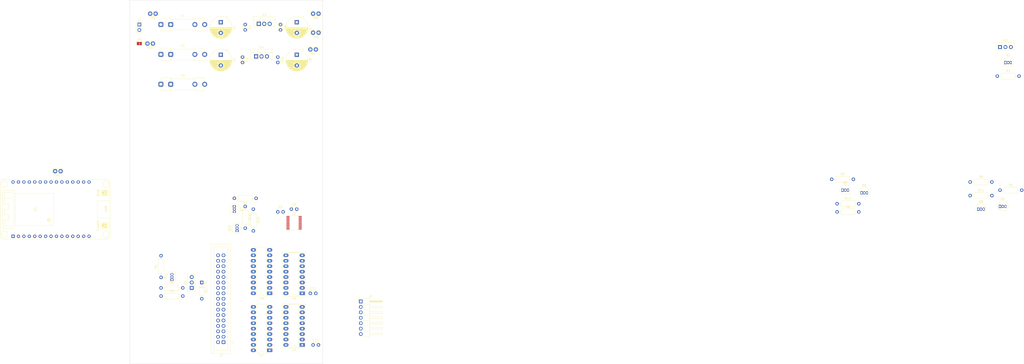
<source format=kicad_pcb>
(kicad_pcb (version 20211014) (generator pcbnew)

  (general
    (thickness 1.6)
  )

  (paper "A4")
  (layers
    (0 "F.Cu" signal)
    (31 "B.Cu" signal)
    (32 "B.Adhes" user "B.Adhesive")
    (33 "F.Adhes" user "F.Adhesive")
    (34 "B.Paste" user)
    (35 "F.Paste" user)
    (36 "B.SilkS" user "B.Silkscreen")
    (37 "F.SilkS" user "F.Silkscreen")
    (38 "B.Mask" user)
    (39 "F.Mask" user)
    (40 "Dwgs.User" user "User.Drawings")
    (41 "Cmts.User" user "User.Comments")
    (42 "Eco1.User" user "User.Eco1")
    (43 "Eco2.User" user "User.Eco2")
    (44 "Edge.Cuts" user)
    (45 "Margin" user)
    (46 "B.CrtYd" user "B.Courtyard")
    (47 "F.CrtYd" user "F.Courtyard")
    (48 "B.Fab" user)
    (49 "F.Fab" user)
    (50 "User.1" user)
    (51 "User.2" user)
    (52 "User.3" user)
    (53 "User.4" user)
    (54 "User.5" user)
    (55 "User.6" user)
    (56 "User.7" user)
    (57 "User.8" user)
    (58 "User.9" user)
  )

  (setup
    (pad_to_mask_clearance 0)
    (pcbplotparams
      (layerselection 0x00010fc_ffffffff)
      (disableapertmacros false)
      (usegerberextensions false)
      (usegerberattributes true)
      (usegerberadvancedattributes true)
      (creategerberjobfile true)
      (svguseinch false)
      (svgprecision 6)
      (excludeedgelayer true)
      (plotframeref false)
      (viasonmask false)
      (mode 1)
      (useauxorigin false)
      (hpglpennumber 1)
      (hpglpenspeed 20)
      (hpglpendiameter 15.000000)
      (dxfpolygonmode true)
      (dxfimperialunits true)
      (dxfusepcbnewfont true)
      (psnegative false)
      (psa4output false)
      (plotreference true)
      (plotvalue true)
      (plotinvisibletext false)
      (sketchpadsonfab false)
      (subtractmaskfromsilk false)
      (outputformat 1)
      (mirror false)
      (drillshape 1)
      (scaleselection 1)
      (outputdirectory "")
    )
  )

  (net 0 "")
  (net 1 "Net-(C1-Pad1)")
  (net 2 "GNDD")
  (net 3 "Net-(C2-Pad1)")
  (net 4 "VCC")
  (net 5 "+3V3")
  (net 6 "+12V")
  (net 7 "Vdrive")
  (net 8 "Clear")
  (net 9 "Vin")
  (net 10 "Vflipdot")
  (net 11 "sr_data")
  (net 12 "sr_clk")
  (net 13 "sr_latch")
  (net 14 "sr_oe")
  (net 15 "Net-(J2-Pad5)")
  (net 16 "Y0")
  (net 17 "Y1")
  (net 18 "Y2")
  (net 19 "Y3")
  (net 20 "Y4")
  (net 21 "Y5")
  (net 22 "Y6")
  (net 23 "Y7")
  (net 24 "Y8")
  (net 25 "Y9")
  (net 26 "YA")
  (net 27 "YB")
  (net 28 "YC")
  (net 29 "YD")
  (net 30 "YE")
  (net 31 "YF")
  (net 32 "GNDPWR")
  (net 33 "data")
  (net 34 "reset")
  (net 35 "clock")
  (net 36 "Net-(Q1-Pad1)")
  (net 37 "Net-(Q1-Pad2)")
  (net 38 "Net-(Q2-Pad2)")
  (net 39 "Net-(Q2-Pad3)")
  (net 40 "Net-(Q4-Pad3)")
  (net 41 "Net-(Q5-Pad1)")
  (net 42 "Net-(Q5-Pad2)")
  (net 43 "Net-(Q6-Pad1)")
  (net 44 "Net-(Q6-Pad2)")
  (net 45 "Net-(Q7-Pad1)")
  (net 46 "Net-(Q7-Pad2)")
  (net 47 "Net-(Q8-Pad2)")
  (net 48 "Net-(Q9-Pad2)")
  (net 49 "Net-(Q10-Pad2)")
  (net 50 "sig_drive")
  (net 51 "sig_clear")
  (net 52 "sig_data")
  (net 53 "sig_clock")
  (net 54 "sig_reset")
  (net 55 "unconnected-(U1-Pad1)")
  (net 56 "unconnected-(U1-Pad2)")
  (net 57 "unconnected-(U1-Pad3)")
  (net 58 "unconnected-(U1-Pad4)")
  (net 59 "unconnected-(U1-Pad5)")
  (net 60 "Net-(U1-Pad6)")
  (net 61 "Net-(U1-Pad7)")
  (net 62 "Net-(U1-Pad9)")
  (net 63 "Net-(U1-Pad10)")
  (net 64 "Net-(U1-Pad11)")
  (net 65 "Net-(U1-Pad13)")
  (net 66 "Net-(U1-Pad18)")
  (net 67 "unconnected-(U1-Pad19)")
  (net 68 "unconnected-(U1-Pad20)")
  (net 69 "unconnected-(U1-Pad21)")
  (net 70 "unconnected-(U1-Pad22)")
  (net 71 "unconnected-(U1-Pad23)")
  (net 72 "unconnected-(U1-Pad24)")
  (net 73 "unconnected-(U1-Pad25)")
  (net 74 "unconnected-(U1-Pad26)")
  (net 75 "unconnected-(U1-Pad27)")
  (net 76 "unconnected-(U1-Pad28)")
  (net 77 "unconnected-(U1-Pad29)")
  (net 78 "unconnected-(U1-Pad30)")
  (net 79 "unconnected-(U2-Pad9)")
  (net 80 "unconnected-(U2-Pad12)")
  (net 81 "Net-(U5-Pad1)")
  (net 82 "Net-(U5-Pad2)")
  (net 83 "Net-(U5-Pad3)")
  (net 84 "Net-(U5-Pad4)")
  (net 85 "Net-(U5-Pad5)")
  (net 86 "Net-(U5-Pad6)")
  (net 87 "Net-(U5-Pad7)")
  (net 88 "Net-(U5-Pad9)")
  (net 89 "Net-(U5-Pad15)")
  (net 90 "Net-(U6-Pad1)")
  (net 91 "Net-(U6-Pad2)")
  (net 92 "Net-(U6-Pad3)")
  (net 93 "Net-(U6-Pad4)")
  (net 94 "Net-(U6-Pad5)")
  (net 95 "Net-(U6-Pad6)")
  (net 96 "Net-(U6-Pad7)")
  (net 97 "Net-(U6-Pad15)")

  (footprint "Package_DIP:DIP-18_W7.62mm_LongPads" (layer "F.Cu") (at 90.185 189.23 180))

  (footprint "Capacitor_THT:CP_Radial_D10.0mm_P5.00mm" (layer "F.Cu") (at 67.31 50.972323 -90))

  (footprint "Package_TO_SOT_THT:TO-92_Inline" (layer "F.Cu") (at 434.34 54.61))

  (footprint "Fuse:Fuseholder_Clip-5x20mm_Littelfuse_100_Inline_P20.50x4.60mm_D1.30mm_Horizontal" (layer "F.Cu") (at 39.28 50.8))

  (footprint "Capacitor_THT:C_Disc_D3.0mm_W2.0mm_P2.50mm" (layer "F.Cu") (at 109.22 162.56))

  (footprint "Package_DIP:DIP-18_W7.62mm_LongPads" (layer "F.Cu") (at 90.17 162.56 180))

  (footprint "Capacitor_THT:C_Disc_D3.0mm_W2.0mm_P2.50mm" (layer "F.Cu") (at 100.33 123.19))

  (footprint "Resistor_THT:R_Axial_DIN0207_L6.3mm_D2.5mm_P10.16mm_Horizontal" (layer "F.Cu") (at 431.8 114.3))

  (footprint "Package_TO_SOT_THT:TO-92_Inline" (layer "F.Cu") (at 74.93 133.35 90))

  (footprint "Resistor_THT:R_Axial_DIN0207_L6.3mm_D2.5mm_P10.16mm_Horizontal" (layer "F.Cu") (at 39.37 155.11 90))

  (footprint "Capacitor_THT:CP_Radial_D10.0mm_P5.00mm" (layer "F.Cu") (at 67.31 35.732323 -90))

  (footprint "Package_TO_SOT_THT:TO-92_Inline" (layer "F.Cu") (at 431.8 121.92))

  (footprint "Resistor_THT:R_Axial_DIN0207_L6.3mm_D2.5mm_P10.16mm_Horizontal" (layer "F.Cu") (at 78.74 121.92 -90))

  (footprint "Resistor_THT:R_Axial_DIN0207_L6.3mm_D2.5mm_P10.16mm_Horizontal" (layer "F.Cu") (at 39.37 163.83))

  (footprint "Resistor_THT:R_Axial_DIN0207_L6.3mm_D2.5mm_P10.16mm_Horizontal" (layer "F.Cu") (at 355.6 120.65))

  (footprint "Resistor_THT:R_Axial_DIN0207_L6.3mm_D2.5mm_P10.16mm_Horizontal" (layer "F.Cu") (at 355.6 124.46))

  (footprint "Package_TO_SOT_THT:TO-126-3_Vertical" (layer "F.Cu") (at 431.8 47.365))

  (footprint "Resistor_THT:R_Axial_DIN0207_L6.3mm_D2.5mm_P10.16mm_Horizontal" (layer "F.Cu") (at 430.53 60.96))

  (footprint "Package_TO_SOT_THT:TO-92_Inline" (layer "F.Cu") (at 73.66 121.92 -90))

  (footprint "TestPoint:TestPoint_Bridge_Pitch2.54mm_Drill1.0mm" (layer "F.Cu") (at 109.22 48.492677))

  (footprint "Resistor_THT:R_Axial_DIN0207_L6.3mm_D2.5mm_P10.16mm_Horizontal" (layer "F.Cu") (at 83.82 118.11 180))

  (footprint "Fuse:Fuseholder_Clip-5x20mm_Littelfuse_100_Inline_P20.50x4.60mm_D1.30mm_Horizontal" (layer "F.Cu") (at 39.28 64.77))

  (footprint "Package_SO:TSSOP-20_4.4x6.5mm_P0.65mm" (layer "F.Cu") (at 101.6 129.54))

  (footprint "Package_TO_SOT_THT:TO-92_Inline" (layer "F.Cu") (at 358.14 114.3))

  (footprint "Resistor_THT:R_Axial_DIN0207_L6.3mm_D2.5mm_P10.16mm_Horizontal" (layer "F.Cu") (at 417.83 110.49))

  (footprint "TestPoint:TestPoint_Bridge_Pitch2.54mm_Drill1.0mm" (layer "F.Cu") (at 110.49 31.75))

  (footprint "Package_TO_SOT_THT:TO-220-3_Vertical" (layer "F.Cu") (at 85.09 36.505))

  (footprint "Package_TO_SOT_THT:TO-92_Inline" (layer "F.Cu") (at 367.03 115.57))

  (footprint "Resistor_THT:R_Axial_DIN0207_L6.3mm_D2.5mm_P10.16mm_Horizontal" (layer "F.Cu") (at 353.06 109.22))

  (footprint "Package_DIP:DIP-16_W7.62mm_Socket_LongPads" (layer "F.Cu") (at 105.4 186.7 180))

  (footprint "Package_TO_SOT_THT:TO-126-3_Vertical" (layer "F.Cu") (at 53.715 160.02 90))

  (footprint "Diode_THT:D_DO-35_SOD27_P7.62mm_Horizontal" (layer "F.Cu") (at 58.42 157.48 -90))

  (footprint "Resistor_THT:R_Axial_DIN0207_L6.3mm_D2.5mm_P10.16mm_Horizontal" (layer "F.Cu") (at 417.83 116.84))

  (footprint "Connector_IDC:IDC-Header_2x17_P2.54mm_Vertical" (layer "F.Cu") (at 68.58 185.42 180))

  (footprint "Package_TO_SOT_THT:TO-220-3_Vertical" (layer "F.Cu")
    (tedit 5AC8BA0D) (tstamp 8d4a7fd9-c1aa-4913-9b77-541746705656)
    (at 83.82 51.745)
    (descr "TO-220-3, Vertical, RM 2.54mm, see https://www.vishay.com/docs/66542/to-220-1.pdf")
    (tags "TO-220-3 Vertical RM 2.54mm")
    (property "Sheetfile" "driverboardAnnax37623.kicad_sch")
    (property "Sheetname" "")
    (path "/4ad79879-e27a-4875-8839-706e684715f4")
    (attr through_hole)
    (fp_text reference "U4" (at 2.54 -4.27) (layer "F.SilkS")
      (effects (font (size 1 1) (thickness 0.15)))
      (tstamp 2779d564-979f-432d-94bb-6cef07bcb4cc)
    )
    (fp_text value "LM7805_TO220" (at 2.54 2.5) (layer "F.Fab")
      (effects (font (size 1 1) (thickness 0.15)))
      (tstamp b67e2b41-65f3-42f6-8a7d-28a5100fd8c8)
    )
    (fp_text user "${REFERENCE}" (at 2.54 -4.27) (layer "F.Fab")
      (effects (font (size 1 1) (thickness 0.15)))
      (tstamp bd07da6e-9559-4d7c-855f-628cff97eb70)
    )
    (fp_line (start -2.58 1.371) (end 7.66 1.3
... [155919 chars truncated]
</source>
